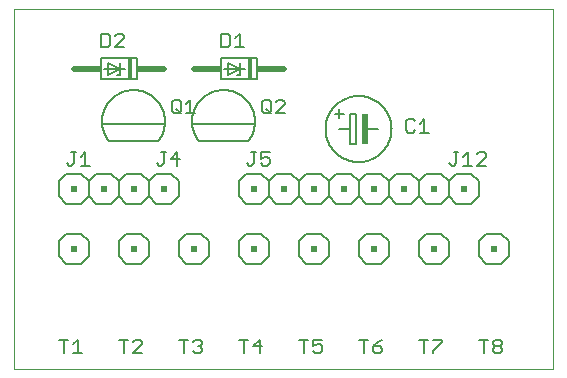
<source format=gbr>
G75*
%MOIN*%
%OFA0B0*%
%FSLAX25Y25*%
%IPPOS*%
%LPD*%
%AMOC8*
5,1,8,0,0,1.08239X$1,22.5*
%
%ADD10C,0.00000*%
%ADD11C,0.00600*%
%ADD12R,0.02000X0.10000*%
%ADD13C,0.00500*%
%ADD14R,0.02000X0.02000*%
%ADD15C,0.02000*%
%ADD16R,0.01500X0.07000*%
%ADD17R,0.05500X0.02000*%
D10*
X0001000Y0001000D02*
X0001000Y0120951D01*
X0180921Y0120951D01*
X0180921Y0001000D01*
X0001000Y0001000D01*
D11*
X0018500Y0036000D02*
X0023500Y0036000D01*
X0026000Y0038500D01*
X0026000Y0043500D01*
X0023500Y0046000D01*
X0018500Y0046000D01*
X0016000Y0043500D01*
X0016000Y0038500D01*
X0018500Y0036000D01*
X0036000Y0038500D02*
X0036000Y0043500D01*
X0038500Y0046000D01*
X0043500Y0046000D01*
X0046000Y0043500D01*
X0046000Y0038500D01*
X0043500Y0036000D01*
X0038500Y0036000D01*
X0036000Y0038500D01*
X0056000Y0038500D02*
X0056000Y0043500D01*
X0058500Y0046000D01*
X0063500Y0046000D01*
X0066000Y0043500D01*
X0066000Y0038500D01*
X0063500Y0036000D01*
X0058500Y0036000D01*
X0056000Y0038500D01*
X0076000Y0038500D02*
X0076000Y0043500D01*
X0078500Y0046000D01*
X0083500Y0046000D01*
X0086000Y0043500D01*
X0086000Y0038500D01*
X0083500Y0036000D01*
X0078500Y0036000D01*
X0076000Y0038500D01*
X0096000Y0038500D02*
X0096000Y0043500D01*
X0098500Y0046000D01*
X0103500Y0046000D01*
X0106000Y0043500D01*
X0106000Y0038500D01*
X0103500Y0036000D01*
X0098500Y0036000D01*
X0096000Y0038500D01*
X0116000Y0038500D02*
X0116000Y0043500D01*
X0118500Y0046000D01*
X0123500Y0046000D01*
X0126000Y0043500D01*
X0126000Y0038500D01*
X0123500Y0036000D01*
X0118500Y0036000D01*
X0116000Y0038500D01*
X0136000Y0038500D02*
X0136000Y0043500D01*
X0138500Y0046000D01*
X0143500Y0046000D01*
X0146000Y0043500D01*
X0146000Y0038500D01*
X0143500Y0036000D01*
X0138500Y0036000D01*
X0136000Y0038500D01*
X0156000Y0038500D02*
X0156000Y0043500D01*
X0158500Y0046000D01*
X0163500Y0046000D01*
X0166000Y0043500D01*
X0166000Y0038500D01*
X0163500Y0036000D01*
X0158500Y0036000D01*
X0156000Y0038500D01*
X0153500Y0056000D02*
X0148500Y0056000D01*
X0146000Y0058500D01*
X0146000Y0063500D01*
X0148500Y0066000D01*
X0153500Y0066000D01*
X0156000Y0063500D01*
X0156000Y0058500D01*
X0153500Y0056000D01*
X0146000Y0058500D02*
X0146000Y0063500D01*
X0143500Y0066000D01*
X0138500Y0066000D01*
X0136000Y0063500D01*
X0136000Y0058500D01*
X0138500Y0056000D01*
X0143500Y0056000D01*
X0146000Y0058500D01*
X0136000Y0058500D02*
X0136000Y0063500D01*
X0133500Y0066000D01*
X0128500Y0066000D01*
X0126000Y0063500D01*
X0126000Y0058500D01*
X0123500Y0056000D01*
X0118500Y0056000D01*
X0116000Y0058500D01*
X0116000Y0063500D01*
X0118500Y0066000D01*
X0123500Y0066000D01*
X0126000Y0063500D01*
X0126000Y0058500D01*
X0128500Y0056000D01*
X0133500Y0056000D01*
X0136000Y0058500D01*
X0116000Y0058500D02*
X0116000Y0063500D01*
X0113500Y0066000D01*
X0108500Y0066000D01*
X0106000Y0063500D01*
X0106000Y0058500D01*
X0108500Y0056000D01*
X0113500Y0056000D01*
X0116000Y0058500D01*
X0106000Y0058500D02*
X0106000Y0063500D01*
X0103500Y0066000D01*
X0098500Y0066000D01*
X0096000Y0063500D01*
X0096000Y0058500D01*
X0098500Y0056000D01*
X0103500Y0056000D01*
X0106000Y0058500D01*
X0096000Y0058500D02*
X0096000Y0063500D01*
X0093500Y0066000D01*
X0088500Y0066000D01*
X0086000Y0063500D01*
X0086000Y0058500D01*
X0088500Y0056000D01*
X0093500Y0056000D01*
X0096000Y0058500D01*
X0086000Y0058500D02*
X0086000Y0063500D01*
X0083500Y0066000D01*
X0078500Y0066000D01*
X0076000Y0063500D01*
X0076000Y0058500D01*
X0078500Y0056000D01*
X0083500Y0056000D01*
X0086000Y0058500D01*
X0113000Y0076000D02*
X0115000Y0076000D01*
X0115000Y0086000D01*
X0113000Y0086000D01*
X0113000Y0081000D01*
X0113000Y0076000D01*
X0113000Y0081000D02*
X0109500Y0081000D01*
X0109500Y0084500D02*
X0109500Y0086000D01*
X0109500Y0087500D01*
X0109500Y0086000D02*
X0108000Y0086000D01*
X0109500Y0086000D02*
X0111000Y0086000D01*
X0105000Y0081000D02*
X0105003Y0081270D01*
X0105013Y0081540D01*
X0105030Y0081809D01*
X0105053Y0082078D01*
X0105083Y0082347D01*
X0105119Y0082614D01*
X0105162Y0082881D01*
X0105211Y0083146D01*
X0105267Y0083410D01*
X0105330Y0083673D01*
X0105398Y0083934D01*
X0105474Y0084193D01*
X0105555Y0084450D01*
X0105643Y0084706D01*
X0105737Y0084959D01*
X0105837Y0085210D01*
X0105944Y0085458D01*
X0106056Y0085703D01*
X0106175Y0085946D01*
X0106299Y0086185D01*
X0106429Y0086422D01*
X0106565Y0086655D01*
X0106707Y0086885D01*
X0106854Y0087111D01*
X0107007Y0087334D01*
X0107165Y0087553D01*
X0107328Y0087768D01*
X0107497Y0087978D01*
X0107671Y0088185D01*
X0107850Y0088387D01*
X0108033Y0088585D01*
X0108222Y0088778D01*
X0108415Y0088967D01*
X0108613Y0089150D01*
X0108815Y0089329D01*
X0109022Y0089503D01*
X0109232Y0089672D01*
X0109447Y0089835D01*
X0109666Y0089993D01*
X0109889Y0090146D01*
X0110115Y0090293D01*
X0110345Y0090435D01*
X0110578Y0090571D01*
X0110815Y0090701D01*
X0111054Y0090825D01*
X0111297Y0090944D01*
X0111542Y0091056D01*
X0111790Y0091163D01*
X0112041Y0091263D01*
X0112294Y0091357D01*
X0112550Y0091445D01*
X0112807Y0091526D01*
X0113066Y0091602D01*
X0113327Y0091670D01*
X0113590Y0091733D01*
X0113854Y0091789D01*
X0114119Y0091838D01*
X0114386Y0091881D01*
X0114653Y0091917D01*
X0114922Y0091947D01*
X0115191Y0091970D01*
X0115460Y0091987D01*
X0115730Y0091997D01*
X0116000Y0092000D01*
X0116270Y0091997D01*
X0116540Y0091987D01*
X0116809Y0091970D01*
X0117078Y0091947D01*
X0117347Y0091917D01*
X0117614Y0091881D01*
X0117881Y0091838D01*
X0118146Y0091789D01*
X0118410Y0091733D01*
X0118673Y0091670D01*
X0118934Y0091602D01*
X0119193Y0091526D01*
X0119450Y0091445D01*
X0119706Y0091357D01*
X0119959Y0091263D01*
X0120210Y0091163D01*
X0120458Y0091056D01*
X0120703Y0090944D01*
X0120946Y0090825D01*
X0121185Y0090701D01*
X0121422Y0090571D01*
X0121655Y0090435D01*
X0121885Y0090293D01*
X0122111Y0090146D01*
X0122334Y0089993D01*
X0122553Y0089835D01*
X0122768Y0089672D01*
X0122978Y0089503D01*
X0123185Y0089329D01*
X0123387Y0089150D01*
X0123585Y0088967D01*
X0123778Y0088778D01*
X0123967Y0088585D01*
X0124150Y0088387D01*
X0124329Y0088185D01*
X0124503Y0087978D01*
X0124672Y0087768D01*
X0124835Y0087553D01*
X0124993Y0087334D01*
X0125146Y0087111D01*
X0125293Y0086885D01*
X0125435Y0086655D01*
X0125571Y0086422D01*
X0125701Y0086185D01*
X0125825Y0085946D01*
X0125944Y0085703D01*
X0126056Y0085458D01*
X0126163Y0085210D01*
X0126263Y0084959D01*
X0126357Y0084706D01*
X0126445Y0084450D01*
X0126526Y0084193D01*
X0126602Y0083934D01*
X0126670Y0083673D01*
X0126733Y0083410D01*
X0126789Y0083146D01*
X0126838Y0082881D01*
X0126881Y0082614D01*
X0126917Y0082347D01*
X0126947Y0082078D01*
X0126970Y0081809D01*
X0126987Y0081540D01*
X0126997Y0081270D01*
X0127000Y0081000D01*
X0126997Y0080730D01*
X0126987Y0080460D01*
X0126970Y0080191D01*
X0126947Y0079922D01*
X0126917Y0079653D01*
X0126881Y0079386D01*
X0126838Y0079119D01*
X0126789Y0078854D01*
X0126733Y0078590D01*
X0126670Y0078327D01*
X0126602Y0078066D01*
X0126526Y0077807D01*
X0126445Y0077550D01*
X0126357Y0077294D01*
X0126263Y0077041D01*
X0126163Y0076790D01*
X0126056Y0076542D01*
X0125944Y0076297D01*
X0125825Y0076054D01*
X0125701Y0075815D01*
X0125571Y0075578D01*
X0125435Y0075345D01*
X0125293Y0075115D01*
X0125146Y0074889D01*
X0124993Y0074666D01*
X0124835Y0074447D01*
X0124672Y0074232D01*
X0124503Y0074022D01*
X0124329Y0073815D01*
X0124150Y0073613D01*
X0123967Y0073415D01*
X0123778Y0073222D01*
X0123585Y0073033D01*
X0123387Y0072850D01*
X0123185Y0072671D01*
X0122978Y0072497D01*
X0122768Y0072328D01*
X0122553Y0072165D01*
X0122334Y0072007D01*
X0122111Y0071854D01*
X0121885Y0071707D01*
X0121655Y0071565D01*
X0121422Y0071429D01*
X0121185Y0071299D01*
X0120946Y0071175D01*
X0120703Y0071056D01*
X0120458Y0070944D01*
X0120210Y0070837D01*
X0119959Y0070737D01*
X0119706Y0070643D01*
X0119450Y0070555D01*
X0119193Y0070474D01*
X0118934Y0070398D01*
X0118673Y0070330D01*
X0118410Y0070267D01*
X0118146Y0070211D01*
X0117881Y0070162D01*
X0117614Y0070119D01*
X0117347Y0070083D01*
X0117078Y0070053D01*
X0116809Y0070030D01*
X0116540Y0070013D01*
X0116270Y0070003D01*
X0116000Y0070000D01*
X0115730Y0070003D01*
X0115460Y0070013D01*
X0115191Y0070030D01*
X0114922Y0070053D01*
X0114653Y0070083D01*
X0114386Y0070119D01*
X0114119Y0070162D01*
X0113854Y0070211D01*
X0113590Y0070267D01*
X0113327Y0070330D01*
X0113066Y0070398D01*
X0112807Y0070474D01*
X0112550Y0070555D01*
X0112294Y0070643D01*
X0112041Y0070737D01*
X0111790Y0070837D01*
X0111542Y0070944D01*
X0111297Y0071056D01*
X0111054Y0071175D01*
X0110815Y0071299D01*
X0110578Y0071429D01*
X0110345Y0071565D01*
X0110115Y0071707D01*
X0109889Y0071854D01*
X0109666Y0072007D01*
X0109447Y0072165D01*
X0109232Y0072328D01*
X0109022Y0072497D01*
X0108815Y0072671D01*
X0108613Y0072850D01*
X0108415Y0073033D01*
X0108222Y0073222D01*
X0108033Y0073415D01*
X0107850Y0073613D01*
X0107671Y0073815D01*
X0107497Y0074022D01*
X0107328Y0074232D01*
X0107165Y0074447D01*
X0107007Y0074666D01*
X0106854Y0074889D01*
X0106707Y0075115D01*
X0106565Y0075345D01*
X0106429Y0075578D01*
X0106299Y0075815D01*
X0106175Y0076054D01*
X0106056Y0076297D01*
X0105944Y0076542D01*
X0105837Y0076790D01*
X0105737Y0077041D01*
X0105643Y0077294D01*
X0105555Y0077550D01*
X0105474Y0077807D01*
X0105398Y0078066D01*
X0105330Y0078327D01*
X0105267Y0078590D01*
X0105211Y0078854D01*
X0105162Y0079119D01*
X0105119Y0079386D01*
X0105083Y0079653D01*
X0105053Y0079922D01*
X0105030Y0080191D01*
X0105013Y0080460D01*
X0105003Y0080730D01*
X0105000Y0081000D01*
X0118500Y0081000D02*
X0122500Y0081000D01*
X0082000Y0097500D02*
X0082000Y0104500D01*
X0070000Y0104500D01*
X0070000Y0097500D01*
X0082000Y0097500D01*
X0078000Y0101000D02*
X0076500Y0101000D01*
X0076500Y0099000D01*
X0075500Y0099000D01*
X0076500Y0101000D02*
X0076500Y0103000D01*
X0076500Y0101000D02*
X0072500Y0099000D01*
X0072500Y0103000D01*
X0076500Y0101000D01*
X0071000Y0101000D01*
X0042000Y0097500D02*
X0042000Y0104500D01*
X0030000Y0104500D01*
X0030000Y0097500D01*
X0042000Y0097500D01*
X0038000Y0101000D02*
X0036500Y0101000D01*
X0036500Y0099000D01*
X0035500Y0099000D01*
X0036500Y0101000D02*
X0036500Y0103000D01*
X0036500Y0101000D02*
X0032500Y0099000D01*
X0032500Y0103000D01*
X0036500Y0101000D01*
X0031000Y0101000D01*
X0028500Y0066000D02*
X0033500Y0066000D01*
X0036000Y0063500D01*
X0038500Y0066000D01*
X0043500Y0066000D01*
X0046000Y0063500D01*
X0048500Y0066000D01*
X0053500Y0066000D01*
X0056000Y0063500D01*
X0056000Y0058500D01*
X0053500Y0056000D01*
X0048500Y0056000D01*
X0046000Y0058500D01*
X0046000Y0063500D01*
X0046000Y0058500D01*
X0043500Y0056000D01*
X0038500Y0056000D01*
X0036000Y0058500D01*
X0036000Y0063500D01*
X0036000Y0058500D01*
X0033500Y0056000D01*
X0028500Y0056000D01*
X0026000Y0058500D01*
X0026000Y0063500D01*
X0028500Y0066000D01*
X0026000Y0063500D02*
X0026000Y0058500D01*
X0023500Y0056000D01*
X0018500Y0056000D01*
X0016000Y0058500D01*
X0016000Y0063500D01*
X0018500Y0066000D01*
X0023500Y0066000D01*
X0026000Y0063500D01*
D12*
X0118000Y0081000D03*
D13*
X0131750Y0080501D02*
X0132501Y0079750D01*
X0134002Y0079750D01*
X0134753Y0080501D01*
X0136354Y0079750D02*
X0139356Y0079750D01*
X0137855Y0079750D02*
X0137855Y0084254D01*
X0136354Y0082753D01*
X0134753Y0083503D02*
X0134002Y0084254D01*
X0132501Y0084254D01*
X0131750Y0083503D01*
X0131750Y0080501D01*
X0147751Y0073254D02*
X0149253Y0073254D01*
X0148502Y0073254D02*
X0148502Y0069501D01*
X0147751Y0068750D01*
X0147001Y0068750D01*
X0146250Y0069501D01*
X0150854Y0068750D02*
X0153856Y0068750D01*
X0152355Y0068750D02*
X0152355Y0073254D01*
X0150854Y0071753D01*
X0155458Y0072503D02*
X0156208Y0073254D01*
X0157710Y0073254D01*
X0158460Y0072503D01*
X0158460Y0071753D01*
X0155458Y0068750D01*
X0158460Y0068750D01*
X0091356Y0086250D02*
X0088354Y0086250D01*
X0091356Y0089253D01*
X0091356Y0090003D01*
X0090606Y0090754D01*
X0089105Y0090754D01*
X0088354Y0090003D01*
X0086753Y0090003D02*
X0086002Y0090754D01*
X0084501Y0090754D01*
X0083750Y0090003D01*
X0083750Y0087001D01*
X0084501Y0086250D01*
X0086002Y0086250D01*
X0086753Y0087001D01*
X0086753Y0090003D01*
X0085251Y0087751D02*
X0086753Y0086250D01*
X0081452Y0082500D02*
X0079873Y0082500D01*
X0072127Y0082500D01*
X0069873Y0082500D01*
X0062127Y0082500D01*
X0060548Y0082500D01*
X0059855Y0086250D02*
X0059855Y0090754D01*
X0058354Y0089253D01*
X0056753Y0090003D02*
X0056753Y0087001D01*
X0056002Y0086250D01*
X0054501Y0086250D01*
X0053750Y0087001D01*
X0053750Y0090003D01*
X0054501Y0090754D01*
X0056002Y0090754D01*
X0056753Y0090003D01*
X0055251Y0087751D02*
X0056753Y0086250D01*
X0058354Y0086250D02*
X0061356Y0086250D01*
X0051452Y0082500D02*
X0049873Y0082500D01*
X0042127Y0082500D01*
X0039873Y0082500D01*
X0032127Y0082500D01*
X0030548Y0082500D01*
X0032754Y0077000D02*
X0049246Y0077000D01*
X0050251Y0073254D02*
X0051753Y0073254D01*
X0051002Y0073254D02*
X0051002Y0069501D01*
X0050251Y0068750D01*
X0049501Y0068750D01*
X0048750Y0069501D01*
X0053354Y0071002D02*
X0056356Y0071002D01*
X0055606Y0073254D02*
X0053354Y0071002D01*
X0055606Y0068750D02*
X0055606Y0073254D01*
X0062754Y0077000D02*
X0079246Y0077000D01*
X0080251Y0073254D02*
X0081753Y0073254D01*
X0081002Y0073254D02*
X0081002Y0069501D01*
X0080251Y0068750D01*
X0079501Y0068750D01*
X0078750Y0069501D01*
X0083354Y0069501D02*
X0084105Y0068750D01*
X0085606Y0068750D01*
X0086356Y0069501D01*
X0086356Y0071002D01*
X0085606Y0071753D01*
X0084855Y0071753D01*
X0083354Y0071002D01*
X0083354Y0073254D01*
X0086356Y0073254D01*
X0062754Y0077000D02*
X0062601Y0077199D01*
X0062453Y0077401D01*
X0062310Y0077606D01*
X0062172Y0077815D01*
X0062039Y0078027D01*
X0061911Y0078242D01*
X0061789Y0078460D01*
X0061671Y0078681D01*
X0061559Y0078905D01*
X0061452Y0079131D01*
X0061351Y0079360D01*
X0061255Y0079591D01*
X0061164Y0079825D01*
X0061079Y0080060D01*
X0061000Y0080298D01*
X0060927Y0080537D01*
X0060859Y0080778D01*
X0060797Y0081020D01*
X0060741Y0081264D01*
X0060690Y0081510D01*
X0060646Y0081756D01*
X0060607Y0082003D01*
X0060575Y0082251D01*
X0060548Y0082500D01*
X0074096Y0093533D02*
X0074338Y0093455D01*
X0074578Y0093371D01*
X0074816Y0093282D01*
X0075052Y0093186D01*
X0075286Y0093085D01*
X0075517Y0092979D01*
X0075745Y0092866D01*
X0075971Y0092749D01*
X0076194Y0092626D01*
X0076413Y0092497D01*
X0076630Y0092363D01*
X0076843Y0092224D01*
X0077053Y0092080D01*
X0077259Y0091931D01*
X0077461Y0091777D01*
X0077660Y0091618D01*
X0077855Y0091454D01*
X0078046Y0091285D01*
X0078232Y0091112D01*
X0078415Y0090935D01*
X0078593Y0090753D01*
X0078766Y0090567D01*
X0078935Y0090376D01*
X0079099Y0090182D01*
X0079259Y0089984D01*
X0079414Y0089782D01*
X0079563Y0089576D01*
X0079708Y0089367D01*
X0079848Y0089154D01*
X0079982Y0088938D01*
X0080111Y0088718D01*
X0080235Y0088496D01*
X0080354Y0088271D01*
X0080466Y0088043D01*
X0080574Y0087812D01*
X0080675Y0087579D01*
X0080771Y0087343D01*
X0080862Y0087105D01*
X0080946Y0086865D01*
X0081025Y0086623D01*
X0081098Y0086379D01*
X0081164Y0086133D01*
X0081225Y0085886D01*
X0081280Y0085638D01*
X0081329Y0085388D01*
X0081372Y0085137D01*
X0081408Y0084885D01*
X0081439Y0084633D01*
X0081463Y0084379D01*
X0081481Y0084126D01*
X0081493Y0083871D01*
X0081499Y0083617D01*
X0081499Y0083362D01*
X0081493Y0083108D01*
X0081480Y0082854D01*
X0081461Y0082600D01*
X0081436Y0082347D01*
X0081405Y0082094D01*
X0081368Y0081842D01*
X0081325Y0081592D01*
X0081276Y0081342D01*
X0081221Y0081093D01*
X0081159Y0080846D01*
X0081092Y0080601D01*
X0081019Y0080357D01*
X0080940Y0080115D01*
X0080855Y0079876D01*
X0080764Y0079638D01*
X0080667Y0079402D01*
X0080565Y0079169D01*
X0080457Y0078939D01*
X0080344Y0078711D01*
X0080225Y0078486D01*
X0080101Y0078264D01*
X0079972Y0078045D01*
X0079837Y0077829D01*
X0079697Y0077616D01*
X0079551Y0077407D01*
X0079401Y0077202D01*
X0079246Y0077000D01*
X0074096Y0093533D02*
X0073855Y0093605D01*
X0073612Y0093670D01*
X0073368Y0093730D01*
X0073122Y0093783D01*
X0072875Y0093831D01*
X0072627Y0093873D01*
X0072379Y0093909D01*
X0072129Y0093939D01*
X0071879Y0093963D01*
X0071628Y0093981D01*
X0071377Y0093993D01*
X0071126Y0093999D01*
X0070874Y0093999D01*
X0070623Y0093993D01*
X0070372Y0093981D01*
X0070121Y0093963D01*
X0069871Y0093939D01*
X0069621Y0093909D01*
X0069373Y0093873D01*
X0069125Y0093831D01*
X0068878Y0093783D01*
X0068632Y0093730D01*
X0068388Y0093670D01*
X0068145Y0093605D01*
X0067904Y0093533D01*
X0067660Y0093455D01*
X0067418Y0093370D01*
X0067179Y0093280D01*
X0066941Y0093184D01*
X0066706Y0093082D01*
X0066473Y0092974D01*
X0066243Y0092861D01*
X0066016Y0092742D01*
X0065792Y0092618D01*
X0065571Y0092488D01*
X0065354Y0092353D01*
X0065139Y0092212D01*
X0064928Y0092066D01*
X0064721Y0091916D01*
X0064518Y0091760D01*
X0064318Y0091599D01*
X0064122Y0091434D01*
X0063931Y0091264D01*
X0063743Y0091089D01*
X0063560Y0090909D01*
X0063382Y0090726D01*
X0063207Y0090537D01*
X0063038Y0090345D01*
X0062873Y0090149D01*
X0062713Y0089948D01*
X0062559Y0089744D01*
X0062409Y0089536D01*
X0062264Y0089325D01*
X0062124Y0089110D01*
X0061990Y0088892D01*
X0061861Y0088670D01*
X0061738Y0088446D01*
X0061620Y0088218D01*
X0061507Y0087988D01*
X0061401Y0087755D01*
X0061300Y0087519D01*
X0061204Y0087281D01*
X0061115Y0087041D01*
X0061032Y0086799D01*
X0060954Y0086554D01*
X0060883Y0086308D01*
X0060817Y0086060D01*
X0060758Y0085811D01*
X0060704Y0085561D01*
X0060657Y0085309D01*
X0060616Y0085056D01*
X0060581Y0084802D01*
X0060552Y0084547D01*
X0060530Y0084292D01*
X0060514Y0084036D01*
X0060504Y0083780D01*
X0060500Y0083524D01*
X0060503Y0083267D01*
X0060511Y0083011D01*
X0060526Y0082755D01*
X0060548Y0082500D01*
X0032754Y0077000D02*
X0032601Y0077199D01*
X0032453Y0077401D01*
X0032310Y0077606D01*
X0032172Y0077815D01*
X0032039Y0078027D01*
X0031911Y0078242D01*
X0031789Y0078460D01*
X0031671Y0078681D01*
X0031559Y0078905D01*
X0031452Y0079131D01*
X0031351Y0079360D01*
X0031255Y0079591D01*
X0031164Y0079825D01*
X0031079Y0080060D01*
X0031000Y0080298D01*
X0030927Y0080537D01*
X0030859Y0080778D01*
X0030797Y0081020D01*
X0030741Y0081264D01*
X0030690Y0081510D01*
X0030646Y0081756D01*
X0030607Y0082003D01*
X0030575Y0082251D01*
X0030548Y0082500D01*
X0044096Y0093533D02*
X0044338Y0093455D01*
X0044578Y0093371D01*
X0044816Y0093282D01*
X0045052Y0093186D01*
X0045286Y0093085D01*
X0045517Y0092979D01*
X0045745Y0092866D01*
X0045971Y0092749D01*
X0046194Y0092626D01*
X0046413Y0092497D01*
X0046630Y0092363D01*
X0046843Y0092224D01*
X0047053Y0092080D01*
X0047259Y0091931D01*
X0047461Y0091777D01*
X0047660Y0091618D01*
X0047855Y0091454D01*
X0048046Y0091285D01*
X0048232Y0091112D01*
X0048415Y0090935D01*
X0048593Y0090753D01*
X0048766Y0090567D01*
X0048935Y0090376D01*
X0049099Y0090182D01*
X0049259Y0089984D01*
X0049414Y0089782D01*
X0049563Y0089576D01*
X0049708Y0089367D01*
X0049848Y0089154D01*
X0049982Y0088938D01*
X0050111Y0088718D01*
X0050235Y0088496D01*
X0050354Y0088271D01*
X0050466Y0088043D01*
X0050574Y0087812D01*
X0050675Y0087579D01*
X0050771Y0087343D01*
X0050862Y0087105D01*
X0050946Y0086865D01*
X0051025Y0086623D01*
X0051098Y0086379D01*
X0051164Y0086133D01*
X0051225Y0085886D01*
X0051280Y0085638D01*
X0051329Y0085388D01*
X0051372Y0085137D01*
X0051408Y0084885D01*
X0051439Y0084633D01*
X0051463Y0084379D01*
X0051481Y0084126D01*
X0051493Y0083871D01*
X0051499Y0083617D01*
X0051499Y0083362D01*
X0051493Y0083108D01*
X0051480Y0082854D01*
X0051461Y0082600D01*
X0051436Y0082347D01*
X0051405Y0082094D01*
X0051368Y0081842D01*
X0051325Y0081592D01*
X0051276Y0081342D01*
X0051221Y0081093D01*
X0051159Y0080846D01*
X0051092Y0080601D01*
X0051019Y0080357D01*
X0050940Y0080115D01*
X0050855Y0079876D01*
X0050764Y0079638D01*
X0050667Y0079402D01*
X0050565Y0079169D01*
X0050457Y0078939D01*
X0050344Y0078711D01*
X0050225Y0078486D01*
X0050101Y0078264D01*
X0049972Y0078045D01*
X0049837Y0077829D01*
X0049697Y0077616D01*
X0049551Y0077407D01*
X0049401Y0077202D01*
X0049246Y0077000D01*
X0044096Y0093533D02*
X0043855Y0093605D01*
X0043612Y0093670D01*
X0043368Y0093730D01*
X0043122Y0093783D01*
X0042875Y0093831D01*
X0042627Y0093873D01*
X0042379Y0093909D01*
X0042129Y0093939D01*
X0041879Y0093963D01*
X0041628Y0093981D01*
X0041377Y0093993D01*
X0041126Y0093999D01*
X0040874Y0093999D01*
X0040623Y0093993D01*
X0040372Y0093981D01*
X0040121Y0093963D01*
X0039871Y0093939D01*
X0039621Y0093909D01*
X0039373Y0093873D01*
X0039125Y0093831D01*
X0038878Y0093783D01*
X0038632Y0093730D01*
X0038388Y0093670D01*
X0038145Y0093605D01*
X0037904Y0093533D01*
X0037660Y0093455D01*
X0037418Y0093370D01*
X0037179Y0093280D01*
X0036941Y0093184D01*
X0036706Y0093082D01*
X0036473Y0092974D01*
X0036243Y0092861D01*
X0036016Y0092742D01*
X0035792Y0092618D01*
X0035571Y0092488D01*
X0035354Y0092353D01*
X0035139Y0092212D01*
X0034928Y0092066D01*
X0034721Y0091916D01*
X0034518Y0091760D01*
X0034318Y0091599D01*
X0034122Y0091434D01*
X0033931Y0091264D01*
X0033743Y0091089D01*
X0033560Y0090909D01*
X0033382Y0090726D01*
X0033207Y0090537D01*
X0033038Y0090345D01*
X0032873Y0090149D01*
X0032713Y0089948D01*
X0032559Y0089744D01*
X0032409Y0089536D01*
X0032264Y0089325D01*
X0032124Y0089110D01*
X0031990Y0088892D01*
X0031861Y0088670D01*
X0031738Y0088446D01*
X0031620Y0088218D01*
X0031507Y0087988D01*
X0031401Y0087755D01*
X0031300Y0087519D01*
X0031204Y0087281D01*
X0031115Y0087041D01*
X0031032Y0086799D01*
X0030954Y0086554D01*
X0030883Y0086308D01*
X0030817Y0086060D01*
X0030758Y0085811D01*
X0030704Y0085561D01*
X0030657Y0085309D01*
X0030616Y0085056D01*
X0030581Y0084802D01*
X0030552Y0084547D01*
X0030530Y0084292D01*
X0030514Y0084036D01*
X0030504Y0083780D01*
X0030500Y0083524D01*
X0030503Y0083267D01*
X0030511Y0083011D01*
X0030526Y0082755D01*
X0030548Y0082500D01*
X0024855Y0073254D02*
X0024855Y0068750D01*
X0023354Y0068750D02*
X0026356Y0068750D01*
X0023354Y0071753D02*
X0024855Y0073254D01*
X0021753Y0073254D02*
X0020251Y0073254D01*
X0021002Y0073254D02*
X0021002Y0069501D01*
X0020251Y0068750D01*
X0019501Y0068750D01*
X0018750Y0069501D01*
X0030250Y0108250D02*
X0032502Y0108250D01*
X0033253Y0109001D01*
X0033253Y0112003D01*
X0032502Y0112754D01*
X0030250Y0112754D01*
X0030250Y0108250D01*
X0034854Y0108250D02*
X0037856Y0111253D01*
X0037856Y0112003D01*
X0037106Y0112754D01*
X0035605Y0112754D01*
X0034854Y0112003D01*
X0034854Y0108250D02*
X0037856Y0108250D01*
X0070250Y0108250D02*
X0072502Y0108250D01*
X0073253Y0109001D01*
X0073253Y0112003D01*
X0072502Y0112754D01*
X0070250Y0112754D01*
X0070250Y0108250D01*
X0074854Y0108250D02*
X0077856Y0108250D01*
X0076355Y0108250D02*
X0076355Y0112754D01*
X0074854Y0111253D01*
X0076250Y0010754D02*
X0079253Y0010754D01*
X0077751Y0010754D02*
X0077751Y0006250D01*
X0080854Y0008502D02*
X0083856Y0008502D01*
X0083106Y0006250D02*
X0083106Y0010754D01*
X0080854Y0008502D01*
X0096250Y0010754D02*
X0099253Y0010754D01*
X0097751Y0010754D02*
X0097751Y0006250D01*
X0100854Y0007001D02*
X0101605Y0006250D01*
X0103106Y0006250D01*
X0103856Y0007001D01*
X0103856Y0008502D01*
X0103106Y0009253D01*
X0102355Y0009253D01*
X0100854Y0008502D01*
X0100854Y0010754D01*
X0103856Y0010754D01*
X0116250Y0010754D02*
X0119253Y0010754D01*
X0117751Y0010754D02*
X0117751Y0006250D01*
X0120854Y0007001D02*
X0121605Y0006250D01*
X0123106Y0006250D01*
X0123856Y0007001D01*
X0123856Y0007751D01*
X0123106Y0008502D01*
X0120854Y0008502D01*
X0120854Y0007001D01*
X0120854Y0008502D02*
X0122355Y0010003D01*
X0123856Y0010754D01*
X0136250Y0010754D02*
X0139253Y0010754D01*
X0137751Y0010754D02*
X0137751Y0006250D01*
X0140854Y0006250D02*
X0140854Y0007001D01*
X0143856Y0010003D01*
X0143856Y0010754D01*
X0140854Y0010754D01*
X0156250Y0010754D02*
X0159253Y0010754D01*
X0157751Y0010754D02*
X0157751Y0006250D01*
X0160854Y0007001D02*
X0160854Y0007751D01*
X0161605Y0008502D01*
X0163106Y0008502D01*
X0163856Y0007751D01*
X0163856Y0007001D01*
X0163106Y0006250D01*
X0161605Y0006250D01*
X0160854Y0007001D01*
X0161605Y0008502D02*
X0160854Y0009253D01*
X0160854Y0010003D01*
X0161605Y0010754D01*
X0163106Y0010754D01*
X0163856Y0010003D01*
X0163856Y0009253D01*
X0163106Y0008502D01*
X0063856Y0007751D02*
X0063856Y0007001D01*
X0063106Y0006250D01*
X0061605Y0006250D01*
X0060854Y0007001D01*
X0062355Y0008502D02*
X0063106Y0008502D01*
X0063856Y0007751D01*
X0063106Y0008502D02*
X0063856Y0009253D01*
X0063856Y0010003D01*
X0063106Y0010754D01*
X0061605Y0010754D01*
X0060854Y0010003D01*
X0059253Y0010754D02*
X0056250Y0010754D01*
X0057751Y0010754D02*
X0057751Y0006250D01*
X0043856Y0006250D02*
X0040854Y0006250D01*
X0043856Y0009253D01*
X0043856Y0010003D01*
X0043106Y0010754D01*
X0041605Y0010754D01*
X0040854Y0010003D01*
X0039253Y0010754D02*
X0036250Y0010754D01*
X0037751Y0010754D02*
X0037751Y0006250D01*
X0023856Y0006250D02*
X0020854Y0006250D01*
X0022355Y0006250D02*
X0022355Y0010754D01*
X0020854Y0009253D01*
X0019253Y0010754D02*
X0016250Y0010754D01*
X0017751Y0010754D02*
X0017751Y0006250D01*
D14*
X0021000Y0041000D03*
X0041000Y0041000D03*
X0061000Y0041000D03*
X0081000Y0041000D03*
X0101000Y0041000D03*
X0121000Y0041000D03*
X0141000Y0041000D03*
X0161000Y0041000D03*
X0151000Y0061000D03*
X0141000Y0061000D03*
X0131000Y0061000D03*
X0121000Y0061000D03*
X0111000Y0061000D03*
X0101000Y0061000D03*
X0091000Y0061000D03*
X0081000Y0061000D03*
X0051000Y0061000D03*
X0041000Y0061000D03*
X0031000Y0061000D03*
X0021000Y0061000D03*
D15*
X0021000Y0101000D02*
X0024500Y0101000D01*
X0047500Y0101000D02*
X0051000Y0101000D01*
X0061000Y0101000D02*
X0064500Y0101000D01*
X0087500Y0101000D02*
X0091000Y0101000D01*
D16*
X0079750Y0101000D03*
X0039750Y0101000D03*
D17*
X0044750Y0101000D03*
X0027250Y0101000D03*
X0067250Y0101000D03*
X0084750Y0101000D03*
M02*

</source>
